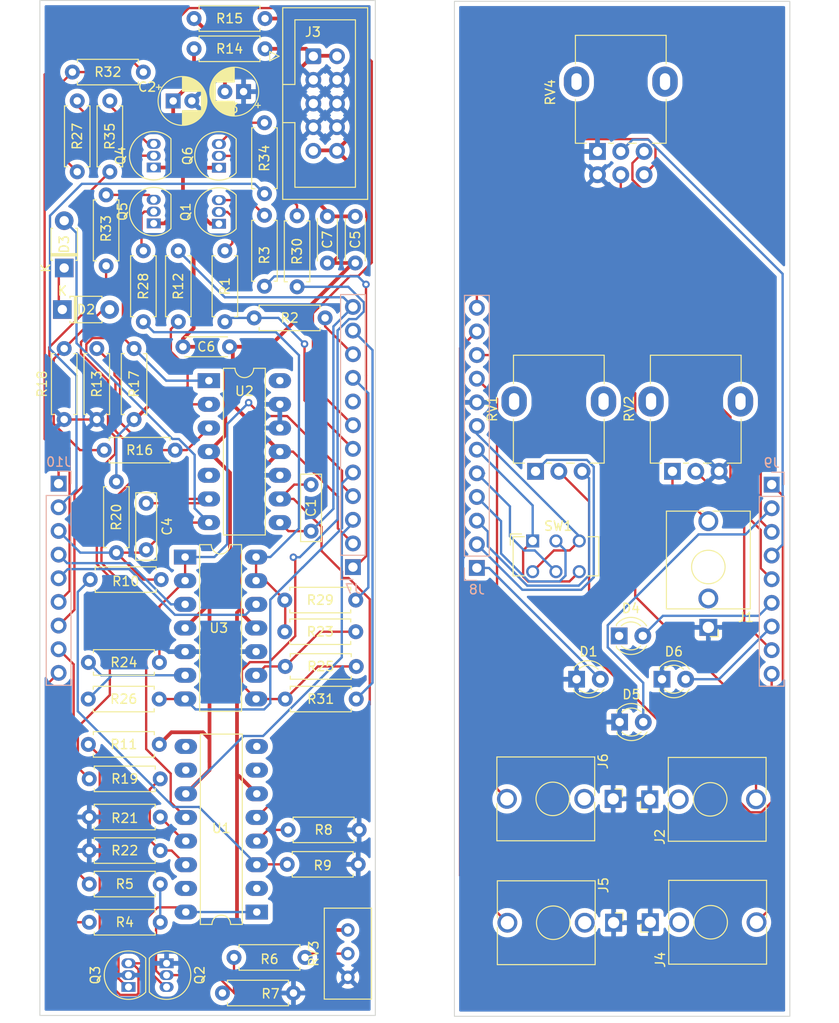
<source format=kicad_pcb>
(kicad_pcb (version 20211014) (generator pcbnew)
  (layers (0 "F.Cu" signal) (31 "B.Cu" signal) (34 "B.Paste" user) (35 "F.Paste" user) (36 "B.SilkS" user "B.Silkscreen") (37 "F.SilkS" user "F.Silkscreen") (38 "B.Mask" user) (39 "F.Mask" user) (44 "Edge.Cuts" user))
  (net 0 "")
  (net 1 "Net-(C1-Pad1)")
  (net 2 "/Output level2 CW")
  (net 3 "+12V")
  (net 4 "GND")
  (net 5 "-12V")
  (net 6 "Net-(C4-Pad1)")
  (net 7 "/Output level1 Cw")
  (net 8 "/Yellow led")
  (net 9 "Net-(D2-Pad1)")
  (net 10 "Net-(D2-Pad2)")
  (net 11 "/Red led")
  (net 12 "/Green led")
  (net 13 "/Orange led")
  (net 14 "/90")
  (net 15 "/270")
  (net 16 "/180")
  (net 17 "/0")
  (net 18 "Net-(Q1-Pad2)")
  (net 19 "Net-(Q1-Pad3)")
  (net 20 "Net-(Q2-Pad2)")
  (net 21 "Net-(Q2-Pad3)")
  (net 22 "Net-(Q3-Pad1)")
  (net 23 "Net-(Q4-Pad2)")
  (net 24 "Net-(Q4-Pad3)")
  (net 25 "Net-(Q5-Pad2)")
  (net 26 "Net-(Q5-Pad3)")
  (net 27 "Net-(Q6-Pad2)")
  (net 28 "Net-(Q6-Pad3)")
  (net 29 "/Direction sw C3")
  (net 30 "/Rate WP")
  (net 31 "/Output level1 WP")
  (net 32 "Net-(R6-Pad1)")
  (net 33 "Net-(R8-Pad1)")
  (net 34 "Net-(R10-Pad1)")
  (net 35 "Net-(R12-Pad2)")
  (net 36 "Net-(R13-Pad2)")
  (net 37 "Net-(R17-Pad2)")
  (net 38 "Net-(R19-Pad2)")
  (net 39 "Net-(R21-Pad1)")
  (net 40 "Net-(R23-Pad1)")
  (net 41 "Net-(R23-Pad2)")
  (net 42 "Net-(R24-Pad1)")
  (net 43 "Net-(R25-Pad1)")
  (net 44 "/FM level WP")
  (net 45 "/Direction sw C4")
  (net 46 "/Direction sw C2")
  (net 54 "/Direction sw C1")
  (net 55 "/Output level2 WP")
  (net 56 "Net-(J1-PadT)")
  (footprint "Resistor_THT:R_Axial_DIN0207_L6.3mm_D2.5mm_P7.62mm_Horizontal" (layer "F.Cu") (at 155 49.5 180)
    (fp_text reference "R32")
    (fp_text value "1k")
  )
  (footprint "Resistor_THT:R_Axial_DIN0207_L6.3mm_D2.5mm_P7.62mm_Horizontal" (layer "F.Cu") (at 171.5 72.56 90)
    (fp_text reference "R30")
    (fp_text value "22k")
  )
  (footprint "Capacitor_THT:CP_Radial_D5.0mm_P2.00mm" (layer "F.Cu") (at 165.755113 51.6 180)
    (fp_text reference "C3")
    (fp_text value "22uF")
  )
  (footprint "Package_DIP:DIP-14_W7.62mm_LongPads" (layer "F.Cu") (at 162.03 82.64)
    (fp_text reference "U2")
    (fp_text value "TL074")
  )
  (footprint "Resistor_THT:R_Axial_DIN0207_L6.3mm_D2.5mm_P7.62mm_Horizontal" (layer "F.Cu") (at 158.75 68.69 -90)
    (fp_text reference "R12")
    (fp_text value "68k 1%")
  )
  (footprint "Connector_Audio:Jack_3.5mm_QingPu_WQP-PJ398SM_Vertical_CircularHoles" (layer "F.Cu") (at 209.42 140.8 90)
    (fp_text reference "J4")
    (fp_text value "270°")
  )
  (footprint "LED_THT:LED_D3.0mm" (layer "F.Cu") (at 206.125 119.3)
    (fp_text reference "D5")
    (fp_text value "Green Led")
  )
  (footprint "Connector_Audio:Jack_3.5mm_QingPu_WQP-PJ398SM_Vertical_CircularHoles" (layer "F.Cu") (at 215.65 109.13 180)
    (fp_text reference "J1")
    (fp_text value "FM level")
  )
  (footprint "Capacitor_THT:C_Rect_L7.0mm_W2.0mm_P5.00mm" (layer "F.Cu") (at 155.3 95.8 -90)
    (fp_text reference "C4")
    (fp_text value "10n")
  )
  (footprint "Package_DIP:DIP-14_W7.62mm_LongPads" (layer "F.Cu") (at 159.48 101.58)
    (fp_text reference "U3")
    (fp_text value "TL074")
  )
  (footprint "Package_TO_SOT_THT:TO-92_Inline" (layer "F.Cu") (at 156.11 65.75 90)
    (fp_text reference "Q5")
    (fp_text value "BC547C")
  )
  (footprint "Resistor_THT:R_Axial_DIN0207_L6.3mm_D2.5mm_P7.62mm_Horizontal" (layer "F.Cu") (at 155 76.31 90)
    (fp_text reference "R28")
    (fp_text value "22k")
  )
  (footprint "Resistor_THT:R_Axial_DIN0207_L6.3mm_D2.5mm_P7.62mm_Horizontal" (layer "F.Cu") (at 163.49 148.4)
    (fp_text reference "R7")
    (fp_text value "1,5k")
  )
  (footprint "Capacitor_THT:C_Disc_D4.3mm_W1.9mm_P5.00mm" (layer "F.Cu") (at 159.25 79)
    (fp_text reference "C6")
    (fp_text value "100nF")
  )
  (footprint "Potentiometer_THT:Potentiometer_Bourns_3296W_Vertical" (layer "F.Cu") (at 176.95 141.63 90)
    (fp_text reference "RV3")
    (fp_text value "Lowest rate 50k")
  )
  (footprint "Package_TO_SOT_THT:TO-92_Inline" (layer "F.Cu") (at 163.11 65.79 90)
    (fp_text reference "Q1")
    (fp_text value "BC547C")
  )
  (footprint "Resistor_THT:R_Axial_DIN0207_L6.3mm_D2.5mm_P7.62mm_Horizontal" (layer "F.Cu") (at 177.8 106.2 180)
    (fp_text reference "R29")
    (fp_text value "1k")
  )
  (footprint "Resistor_THT:R_Axial_DIN0207_L6.3mm_D2.5mm_P7.62mm_Horizontal" (layer "F.Cu") (at 172.35 144.58 180)
    (fp_text reference "R6")
    (fp_text value "100k")
  )
  (footprint "Resistor_THT:R_Axial_DIN0207_L6.3mm_D2.5mm_P7.62mm_Horizontal" (layer "F.Cu") (at 150 86.81 90)
    (fp_text reference "R13")
    (fp_text value "2,2k")
  )
  (footprint "Package_TO_SOT_THT:TO-92_Inline" (layer "F.Cu") (at 156.11 59.75 90)
    (fp_text reference "Q4")
    (fp_text value "BC547C")
  )
  (footprint "Resistor_THT:R_Axial_DIN0207_L6.3mm_D2.5mm_P7.62mm_Horizontal" (layer "F.Cu") (at 170.54 130.88)
    (fp_text reference "R8")
    (fp_text value "820 1%")
  )
  (footprint "Resistor_THT:R_Axial_DIN0207_L6.3mm_D2.5mm_P7.62mm_Horizontal" (layer "F.Cu") (at 168.06 43.75 180)
    (fp_text reference "R15")
    (fp_text value "10")
  )
  (footprint "Resistor_THT:R_Axial_DIN0207_L6.3mm_D2.5mm_P7.62mm_Horizontal" (layer "F.Cu") (at 149.19 125.4)
    (fp_text reference "R19")
    (fp_text value "100k 1%")
  )
  (footprint "Capacitor_THT:CP_Radial_D5.0mm_P2.00mm" (layer "F.Cu") (at 158.2 52.6)
    (fp_text reference "C2")
    (fp_text value "22uF")
  )
  (footprint "Resistor_THT:R_Axial_DIN0207_L6.3mm_D2.5mm_P7.62mm_Horizontal" (layer "F.Cu") (at 174.51 75.9 180)
    (fp_text reference "R2")
    (fp_text value "1k")
  )
  (footprint "Resistor_THT:R_Axial_DIN0207_L6.3mm_D2.5mm_P7.62mm_Horizontal" (layer "F.Cu") (at 168 72.5 90)
    (fp_text reference "R3")
    (fp_text value "1k")
  )
  (footprint "Capacitor_THT:C_Disc_D4.3mm_W1.9mm_P5.00mm" (layer "F.Cu") (at 177.75 65 -90)
    (fp_text reference "C5")
    (fp_text value "100nF")
  )
  (footprint "Resistor_THT:R_Axial_DIN0207_L6.3mm_D2.5mm_P7.62mm_Horizontal" (layer "F.Cu") (at 156.81 133.1 180)
    (fp_text reference "R22")
    (fp_text value "820 1%")
  )
  (footprint "Resistor_THT:R_Axial_DIN0207_L6.3mm_D2.5mm_P7.62mm_Horizontal" (layer "F.Cu") (at 151.4 60.21 90)
    (fp_text reference "R35")
    (fp_text value "1k")
  )
  (footprint "Package_DIP:DIP-16_W7.62mm_LongPads" (layer "F.Cu") (at 167.175 139.705 180)
    (fp_text reference "U1")
    (fp_text value "LM13700")
  )
  (footprint "LED_THT:LED_D3.0mm" (layer "F.Cu") (at 206.075 110.05)
    (fp_text reference "D4")
    (fp_text value "Red Led")
  )
  (footprint "Resistor_THT:R_Axial_DIN0207_L6.3mm_D2.5mm_P7.62mm_Horizontal" (layer "F.Cu") (at 163.75 76.31 90)
    (fp_text reference "R1")
    (fp_text value "22k")
  )
  (footprint "Resistor_THT:R_Axial_DIN0207_L6.3mm_D2.5mm_P7.62mm_Horizontal" (layer "F.Cu") (at 160.44 47)
    (fp_text reference "R14")
    (fp_text value "10")
  )
  (footprint "Resistor_THT:R_Axial_DIN0207_L6.3mm_D2.5mm_P7.62mm_Horizontal" (layer "F.Cu") (at 170.44 134.58)
    (fp_text reference "R9")
    (fp_text value "820 1%")
  )
  (footprint "Resistor_THT:R_Axial_DIN0207_L6.3mm_D2.5mm_P7.62mm_Horizontal" (layer "F.Cu") (at 149.19 140.8)
    (fp_text reference "R4")
    (fp_text value "220k")
  )
  (footprint "LED_THT:LED_D3.0mm" (layer "F.Cu") (at 201.51 114.7)
    (fp_text reference "D1")
    (fp_text value "yellow Led")
  )
  (footprint "Resistor_THT:R_Axial_DIN0207_L6.3mm_D2.5mm_P7.62mm_Horizontal" (layer "F.Cu") (at 149.1 112.9)
    (fp_text reference "R24")
    (fp_text value "68k 1%")
  )
  (footprint "Resistor_THT:R_Axial_DIN0207_L6.3mm_D2.5mm_P7.62mm_Horizontal" (layer "F.Cu") (at 156.71 121.7 180)
    (fp_text reference "R11")
    (fp_text value "10k")
  )
  (footprint "Resistor_THT:R_Axial_DIN0207_L6.3mm_D2.5mm_P7.62mm_Horizontal" (layer "F.Cu") (at 147.9 60.21 90)
    (fp_text reference "R27")
    (fp_text value "22k")
  )
  (footprint "Resistor_THT:R_Axial_DIN0207_L6.3mm_D2.5mm_P7.62mm_Horizontal" (layer "F.Cu") (at 177.8 109.6 180)
    (fp_text reference "R23")
    (fp_text value "68k 1%")
  )
  (footprint "Connector_Audio:Jack_3.5mm_QingPu_WQP-PJ398SM_Vertical_CircularHoles" (layer "F.Cu") (at 205.43 127.55 -90)
    (fp_text reference "J6")
    (fp_text value "0°")
  )
  (footprint "Resistor_THT:R_Axial_DIN0207_L6.3mm_D2.5mm_P7.62mm_Horizontal" (layer "F.Cu") (at 177.85 113.33 180)
    (fp_text reference "R25")
    (fp_text value "68k 1%")
  )
  (footprint "Button_Switch_THT:SW_CuK_JS202011CQN_DPDT_Straight" (layer "F.Cu") (at 196.7925 99.85)
    (fp_text reference "SW1")
    (fp_text value "SW_Push_DPDT")
  )
  (footprint "Connector_IDC:IDC-Header_2x05_P2.54mm_Vertical" (layer "F.Cu") (at 173.2475 47.8)
    (fp_text reference "J3")
    (fp_text value "Conn_02x05_Counter_Clockwise")
  )
  (footprint "Resistor_THT:R_Axial_DIN0207_L6.3mm_D2.5mm_P7.62mm_Horizontal" (layer "F.Cu") (at 149.29 104)
    (fp_text reference "R10")
    (fp_text value "100k 1%")
  )
  (footprint "Package_TO_SOT_THT:TO-92_Inline" (layer "F.Cu") (at 157.49 145.21 -90)
    (fp_text reference "Q2")
    (fp_text value "BC557C")
  )
  (footprint "Diode_THT:D_T-1_P5.08mm_Horizontal" (layer "F.Cu") (at 146.5 70.54 90)
    (fp_text reference "D3")
    (fp_text value "Zener 5v")
  )
  (footprint "LED_THT:LED_D3.0mm" (layer "F.Cu") (at 210.675 114.7)
    (fp_text reference "D6")
    (fp_text value "Orange Led")
  )
  (footprint "Potentiometer_THT:Potentiometer_Alpha_RD902F-40-00D_Dual_Vertical" (layer "F.Cu") (at 203.75 58.025 90)
    (fp_text reference "RV4")
    (fp_text value "Output Level 100k")
  )
  (footprint "Resistor_THT:R_Axial_DIN0207_L6.3mm_D2.5mm_P7.62mm_Horizontal" (layer "F.Cu") (at 151 70.31 90)
    (fp_text reference "R33")
    (fp_text value "1k")
  )
  (footprint "Potentiometer_THT:Potentiometer_Alpha_RD901F-40-00D_Single_Vertical" (layer "F.Cu") (at 197.1 92.375 90)
    (fp_text reference "RV1")
    (fp_text value "Rate 25k lin")
  )
  (footprint "Resistor_THT:R_Axial_DIN0207_L6.3mm_D2.5mm_P7.62mm_Horizontal" (layer "F.Cu") (at 156.81 129.5 180)
    (fp_text reference "R21")
    (fp_text value "820 1%")
  )
  (footprint "Resistor_THT:R_Axial_DIN0207_L6.3mm_D2.5mm_P7.62mm_Horizontal" (layer "F.Cu") (at 149.19 136.7)
    (fp_text reference "R5")
    (fp_text value "120k")
  )
  (footprint "Capacitor_THT:C_Disc_D4.3mm_W1.9mm_P5.00mm" (layer "F.Cu") (at 174.75 65 -90)
    (fp_text reference "C7")
    (fp_text value "100nF")
  )
  (footprint "Resistor_THT:R_Axial_DIN0207_L6.3mm_D2.5mm_P7.62mm_Horizontal" (layer "F.Cu") (at 156.7 116.83 180)
    (fp_text reference "R26")
    (fp_text value "68k 1%")
  )
  (footprint "Diode_THT:D_T-1_P5.08mm_Horizontal" (layer "F.Cu") (at 146.3 75)
    (fp_text reference "D2")
    (fp_text value "Zener 5V")
  )
  (footprint "Package_TO_SOT_THT:TO-92_Inline" (layer "F.Cu") (at 153.4 147.75 90)
    (fp_text reference "Q3")
    (fp_text value "BC557C")
  )
  (footprint "Connector_Audio:Jack_3.5mm_QingPu_WQP-PJ398SM_Vertical_CircularHoles" (layer "F.Cu") (at 209.37 127.6 90)
    (fp_text reference "J2")
    (fp_text value "90°")
  )
  (footprint "Potentiometer_THT:Potentiometer_Alpha_RD901F-40-00D_Single_Vertical" (layer "F.Cu") (at 211.8 92.375 90)
    (fp_text reference "RV2")
    (fp_text value "FM Level 10k lin")
  )
  (footprint "Capacitor_THT:C_Rect_L7.0mm_W2.0mm_P5.00mm" (layer "F.Cu") (at 173 93.8 -90)
    (fp_text reference "C1")
    (fp_text value "10n")
  )
  (footprint "Connector_Audio:Jack_3.5mm_QingPu_WQP-PJ398SM_Vertical_CircularHoles" (layer "F.Cu") (at 205.48 140.85 -90)
    (fp_text reference "J5")
    (fp_text value "180°")
  )
  (footprint "Resistor_THT:R_Axial_DIN0207_L6.3mm_D2.5mm_P7.62mm_Horizontal" (layer "F.Cu") (at 146.5 86.81 90)
    (fp_text reference "R18")
    (fp_text value "2,2k")
  )
  (footprint "Resistor_THT:R_Axial_DIN0207_L6.3mm_D2.5mm_P7.62mm_Horizontal" (layer "F.Cu") (at 177.85 116.83 180)
    (fp_text reference "R31")
    (fp_text value "1k")
  )
  (footprint "Resistor_THT:R_Axial_DIN0207_L6.3mm_D2.5mm_P7.62mm_Horizontal" (layer "F.Cu") (at 168 62.56 90)
    (fp_text reference "R34")
    (fp_text value "1k")
  )
  (footprint "Resistor_THT:R_Axial_DIN0207_L6.3mm_D2.5mm_P7.62mm_Horizontal" (layer "F.Cu") (at 158.41 90.1 180)
    (fp_text reference "R16")
    (fp_text value "33k")
  )
  (footprint "Resistor_THT:R_Axial_DIN0207_L6.3mm_D2.5mm_P7.62mm_Horizontal" (layer "F.Cu") (at 154 86.81 90)
    (fp_text reference "R17")
    (fp_text value "68k 1%")
  )
  (footprint "Resistor_THT:R_Axial_DIN0207_L6.3mm_D2.5mm_P7.62mm_Horizontal" (layer "F.Cu") (at 152.1 93.49 -90)
    (fp_text reference "R20")
    (fp_text value "2,2M")
  )
  (footprint "Package_TO_SOT_THT:TO-92_Inline" (layer "F.Cu") (at 163.11 59.77 90)
    (fp_text reference "Q6")
    (fp_text value "BC547C")
  )
  (footprint "Connector_PinHeader_2.54mm:PinHeader_1x09_P2.54mm_Vertical" (layer "B.Cu") (at 145.9 93.7 180)
    (fp_text reference "J10")
    (fp_text value "Conn_01x9_Male")
  )
  (footprint "Connector_PinHeader_2.54mm:PinHeader_1x12_P2.54mm_Vertical" (layer "B.Cu") (at 190.8 102.75)
    (fp_text reference "J8")
    (fp_text value "Conn_01x12_Female")
  )
  (footprint "Connector_PinHeader_2.54mm:PinHeader_1x09_P2.54mm_Vertical" (layer "B.Cu") (at 222.45 93.8 180)
    (fp_text reference "J9")
    (fp_text value "Conn_01x9_Female")
  )
  (footprint "Connector_PinHeader_2.54mm:PinHeader_1x12_P2.54mm_Vertical" (layer "B.Cu") (at 177.5 102.66)
    (fp_text reference "J7")
    (fp_text value "Conn_01x12_Male")
  )
  (gr_rect (start 188.39 41.9) (end 224.4 150.9) (layer "Edge.Cuts") (width 0.1) (fill none))
  (gr_rect (start 143.89 41.81) (end 179.9 150.81) (layer "Edge.Cuts") (width 0.1) (fill none))
  (segment (start 174.124511 98.334211) (end 171.1303 95.34) (width 0.25) (layer "F.Cu") (net 1))
  (segment (start 176.325489 103.834511) (end 176.325489 103.125489) (width 0.25) (layer "F.Cu") (net 1))
  (segment (start 171.1303 95.34) (end 169.65 95.34) (width 0.25) (layer "F.Cu") (net 1))
  (segment (start 167.175 129.545) (end 179.3 117.42) (width 0.25) (layer "F.Cu") (net 1))
  (segment (start 171.19 93.8) (end 169.65 95.34) (width 0.25) (layer "F.Cu") (net 1))
  (segment (start 176.325489 103.125489) (end 174.124511 100.924511) (width 0.25) (layer "F.Cu") (net 1))
  (segment (start 174.124511 100.924511) (end 174.124511 98.334211) (width 0.25) (layer "F.Cu") (net 1))
  (segment (start 179.3 117.42) (end 179.3 106.1) (width 0.25) (layer "F.Cu") (net 1))
  (segment (start 179.3 106.1) (end 177.034511 103.834511) (width 0.25) (layer "F.Cu") (net 1))
  (segment (start 177.034511 103.834511) (end 176.325489 103.834511) (width 0.25) (layer "F.Cu") (net 1))
  (segment (start 173 93.8) (end 171.19 93.8) (width 0.25) (layer "F.Cu") (net 1))
  (segment (start 209.156721 56.7) (end 209.974511 57.51779) (width 0.25) (layer "F.Cu") (net 2))
  (segment (start 190.8 66.05) (end 200.15 56.7) (width 0.25) (layer "F.Cu") (net 2))
  (segment (start 170.57 98.8) (end 169.65 97.88) (width 0.25) (layer "F.Cu") (net 2))
  (segment (start 190.8 74.81) (end 190.8 66.05) (width 0.25) (layer "F.Cu") (net 2))
  (segment (start 209.974511 59.300489) (end 208.75 60.525) (width 0.25) (layer "F.Cu") (net 2))
  (segment (start 209.974511 57.51779) (end 209.974511 59.300489) (width 0.25) (layer "F.Cu") (net 2))
  (segment (start 200.15 56.7) (end 209.156721 56.7) (width 0.25) (layer "F.Cu") (net 2))
  (segment (start 173 98.8) (end 170.57 98.8) (width 0.25) (layer "F.Cu") (net 2))
  (segment (start 175.4 76.82) (end 177.5 74.72) (width 0.25) (layer "B.Cu") (net 2))
  (segment (start 176.464511 73.684511) (end 177.5 74.72) (width 0.25) (layer "B.Cu") (net 2))
  (segment (start 163.744511 73.684511) (end 176.464511 73.684511) (width 0.25) (layer "B.Cu") (net 2))
  (segment (start 158.75 68.69) (end 163.744511 73.684511) (width 0.25) (layer "B.Cu") (net 2))
  (segment (start 173 98.8) (end 175.4 96.4) (width 0.25) (layer "B.Cu") (net 2))
  (segment (start 175.4 96.4) (end 175.4 76.82) (width 0.25) (layer "B.Cu") (net 2))
  (segment (start 162.205 65.79) (end 163.11 65.79) (width 0.4) (layer "F.Cu") (net 3))
  (segment (start 164.3 92.53) (end 162.03 90.26) (width 0.4) (layer "F.Cu") (net 3))
  (segment (start 163.8 81.4) (end 161.4 79) (width 0.4) (layer "F.Cu") (net 3))
  (segment (start 156.71 121.7) (end 158.01 120.4) (width 0.4) (layer "F.Cu") (net 3))
  (segment (start 158.01 120.4) (end 161.4 120.4) (width 0.4) (layer "F.Cu") (net 3))
  (segment (start 158 65.2) (end 158 65) (width 0.4) (layer "F.Cu") (net 3))
  (segment (start 162.1 106.58) (end 161.89 106.79) (width 0.4) (layer "F.Cu") (net 3))
  (segment (start 162.1 124.46) (end 162.1 123.6) (width 0.4) (layer "F.Cu") (net 3))
  (segment (start 159.25 63.75) (end 157.25 65.75) (width 0.4) (layer "F.Cu") (net 3))
  (segment (start 157.25 65.75) (end 156.11 65.75) (width 0.4) (layer "F.Cu") (net 3))
  (segment (start 171.6 61.35) (end 171.6 49.36) (width 0.4) (layer "F.Cu") (net 3))
  (segment (start 158.2 54.45) (end 159.25 55.5) (width 0.4) (layer "F.Cu") (net 3))
  (segment (start 159.25 59.75) (end 159.25 62.835) (width 0.4) (layer "F.Cu") (net 3))
  (segment (start 160.4 77) (end 160.4 67.6) (width 0.4) (layer "F.Cu") (net 3))
  (segment (start 172.46 47) (end 173.21 47.75) (width 0.4) (layer "F.Cu") (net 3))
  (segment (start 159.48 109.2) (end 161.89 106.79) (width 0.4) (layer "F.Cu") (net 3))
  (segment (start 163.8 88.49) (end 163.8 81.4) (width 0.4) (layer "F.Cu") (net 3))
  (segment (start 175.25 65) (end 171.6 61.35) (width 0.4) (layer "F.Cu") (net 3))
  (segment (start 173.21 47.75) (end 175.75 47.75) (width 0.4) (layer "F.Cu") (net 3))
  (segment (start 159.25 58) (end 161.02 59.77) (width 0.4) (layer "F.Cu") (net 3))
  (segment (start 160.44 50.36) (end 158.2 52.6) (width 0.4) (layer "F.Cu") (net 3))
  (segment (start 178.25 65) (end 175.25 65) (width 0.4) (layer "F.Cu") (net 3))
  (segment (start 160.4 67.6) (end 158 65.2) (width 0.4) (layer "F.Cu") (net 3))
  (segment (start 159.25 55.5) (end 159.25 58) (width 0.4) (layer "F.Cu") (net 3))
  (segment (start 159.25 58) (end 157.5 59.75) (width 0.4) (layer "F.Cu") (net 3))
  (segment (start 161.4 79) (end 159.25 79) (width 0.4) (layer "F.Cu") (net 3))
  (segment (start 160.44 47) (end 160.44 50.36) (width 0.4) (layer "F.Cu") (net 3))
  (segment (start 162.1 121.1) (end 162.1 123.6) (width 0.4) (layer "F.Cu") (net 3))
  (segment (start 159.25 58) (end 159.25 59.75) (width 0.4) (layer "F.Cu") (net 3))
  (segment (start 168.06 47) (end 172.46 47) (width 0.4) (layer "F.Cu") (net 3))
  (segment (start 159.25 62.835) (end 162.205 65.79) (width 0.4) (layer "F.Cu") (net 3))
  (segment (start 164.3 104.38) (end 164.3 92.53) (width 0.4) (layer "F.Cu") (net 3))
  (segment (start 159.25 62.835) (end 159.25 63.75) (width 0.4) (layer "F.Cu") (net 3))
  (segment (start 159.25 78.15) (end 160.4 77) (width 0.4) (layer "F.Cu") (net 3))
  (segment (start 159.555 127.005) (end 162.1 124.46) (width 0.4) (layer "F.Cu") (net 3))
  (segment (start 161.89 106.79) (end 164.3 104.38) (width 0.4) (layer "F.Cu") (net 3))
  (segment (start 161.02 59.77) (end 163.11 59.77) (width 0.4) (layer "F.Cu") (net 3))
  (segment (start 162.1 123.6) (end 162.1 106.58) (width 0.4) (layer "F.Cu") (net 3))
  (segment (start 157.5 59.75) (end 156.11 59.75) (width 0.4) (layer "F.Cu") (net 3))
  (segment (start 159.25 59.75) (end 159.27 59.77) (width 0.4) (layer "F.Cu") (net 3))
  (segment (start 159.25 79) (end 159.25 78.15) (width 0.4) (layer "F.Cu") (net 3))
  (segment (start 171.6 49.36) (end 173.21 47.75) (width 0.4) (layer "F.Cu") (net 3))
  (segment (start 161.4 120.4) (end 162.1 121.1) (width 0.4) (layer "F.Cu") (net 3))
  (segment (start 162.03 90.26) (end 163.8 88.49) (width 0.4) (layer "F.Cu") (net 3))
  (segment (start 158.2 52.6) (end 158.2 54.45) (width 0.4) (layer "F.Cu") (net 3))
  (segment (start 159.555 127.005) (end 165.75952 120.80048) (width 0.25) (layer "B.Cu") (net 3))
  (segment (start 165.75952 120.80048) (end 167.84982 120.80048) (width 0.25) (layer "B.Cu") (net 3))
  (segment (start 202.85 93.125) (end 202.1 92.375) (width 0.25) (layer "B.Cu") (net 3))
  (segment (start 191.974511 98.844511) (end 191.974511 100.416607) (width 0.25) (layer "B.Cu") (net 3))
  (segment (start 176.3 112.3503) (end 176.3 99.135718) (width 0.25) (layer "B.Cu") (net 3))
  (segment (start 190.8 97.67) (end 191.974511 98.844511) (width 0.25) (layer "B.Cu") (net 3))
  (segment (start 177.5 97.935718) (end 177.5 97.58) (width 0.25) (layer "B.Cu") (net 3))
  (segment (start 191.974511 100.416607) (end 196.207904 104.65) (width 0.25) (layer "B.Cu") (net 3))
  (segment (start 167.84982 120.80048) (end 176.3 112.3503) (width 0.25) (layer "B.Cu") (net 3))
  (segment (start 196.207904 104.65) (end 201.741378 104.65) (width 0.25) (layer "B.Cu") (net 3))
  (segment (start 202.85 103.541378) (end 202.85 93.125) (width 0.25) (layer "B.Cu") (net 3))
  (segment (start 201.741378 104.65) (end 202.85 103.541378) (width 0.25) (layer "B.Cu") (net 3))
  (segment (start 176.3 99.135718) (end 177.5 97.935718) (width 0.25) (layer "B.Cu") (net 3))
  (segment (start 146.5 86.81) (end 150 86.81) (width 0.25) (layer "F.Cu") (net 4))
  (segment (start 148.64 129.89) (end 148.63 129.88) (width 0.25) (layer "F.Cu") (net 4))
  (segment (start 165.30048 94.60952) (end 169.65 90.26) (width 0.4) (layer "F.Cu") (net 5))
  (segment (start 164.6 85.21) (end 164.6 79.35) (width 0.4) (layer "F.Cu") (net 5))
  (segment (start 165.05 140.88) (end 165.05 124.78) (width 0.4) (layer "F.Cu") (net 5))
  (segment (start 165.05 125.08) (end 165.05 124.78) (width 0.4) (layer "F.Cu") (net 5))
  (segment (start 179 61.16) (end 175.75 57.91) (width 0.4) (layer "F.Cu") (net 5))
  (segment (start 165.8 141.63) (end 165.05 140.88) (width 0.4) (layer "F.Cu") (net 5))
  (segment (start 177.4 47.193753) (end 177.4 56.26) (width 0.4) (layer "F.Cu") (net 5))
  (segment (start 167.1 109.2) (end 165.57548 107.67548) (width 0.4) (layer "F.Cu") (net 5))
  (segment (start 163.755113 47.065113) (end 163.755113 51.6) (width 0.4) (layer "F.Cu") (net 5))
  (segment (start 171.06 90.26) (end 169.65 90.26) (width 0.25) (layer "F.Cu") (net 5))
  (segment (start 165.05 124.78) (end 165.05 107.55) (width 0.4) (layer "F.Cu") (net 5))
  (segment (start 175.25 70) (end 179 66.25) (width 0.4) (layer "F.Cu") (net 5))
  (segment (start 176.95 141.63) (end 165.8 141.63) (width 0.4) (layer "F.Cu") (net 5))
  (segment (start 165.57548 107.67548) (end 165.57548 107.30548) (width 0.4) (layer "F.Cu") (net 5))
  (segment (start 165.25 125.08) (end 165.05 125.08) (width 0.4) (layer "F.Cu") (net 5))
  (segment (start 165.05 107.55) (end 165.29452 107.30548) (width 0.4) (layer "F.Cu") (net 5))
  (segment (start 167.175 127.005) (end 165.25 125.08) (width 0.4) (layer "F.Cu") (net 5))
  (segment (start 177.5 70) (end 175.25 70) (width 0.4) (layer "F.Cu") (net 5))
  (segment (start 177.4 56.26) (end 175.75 57.91) (width 0.4) (layer "F.Cu") (net 5))
  (segment (start 168.06 43.75) (end 173.956247 43.75) (width 0.4) (layer "F.Cu") (net 5))
  (segment (start 175.875969 95.075969) (end 171.06 90.26) (width 0.25) (layer "F.Cu") (net 5))
  (segment (start 179 66.25) (end 179 61.16) (width 0.4) (layer "F.Cu") (net 5))
  (segment (start 169.65 90.26) (end 164.6 85.21) (width 0.4) (layer "F.Cu") (net 5))
  (segment (start 177.5 100.12) (end 175.875969 98.495969) (width 0.25) (layer "F.Cu") (net 5))
  (segment (start 173.21 57.91) (end 175.75 57.91) (width 0.4) (layer "F.Cu") (net 5))
  (segment (start 173.956247 43.75) (end 177.4 47.193753) (width 0.4) (layer "F.Cu") (net 5))
  (segment (start 167.1 109.2) (end 166.97 109.2) (width 0.25) (layer "F.Cu") (net 5))
  (segment (start 160.44 43.75) (end 163.755113 47.065113) (width 0.4) (layer "F.Cu") (net 5))
  (segment (start 168.5 79) (end 177.5 70) (width 0.4) (layer "F.Cu") (net 5))
  (segment (start 175.875969 98.495969) (end 175.875969 95.075969) (width 0.25) (layer "F.Cu") (net 5))
  (segment (start 165.30048 107.03048) (end 165.30048 94.60952) (width 0.4) (layer "F.Cu") (net 5))
  (segment (start 165.29452 107.30548) (end 165.57548 107.30548) (width 0.4) (layer "F.Cu") (net 5))
  (segment (start 164.6 79.35) (end 164.25 79) (width 0.4) (layer "F.Cu") (net 5))
  (segment (start 164.25 79) (end 168.5 79) (width 0.4) (layer "F.Cu") (net 5))
  (segment (start 165.57548 107.30548) (end 165.30048 107.03048) (width 0.4) (layer "F.Cu") (net 5))
  (segment (start 203.35 91.893279) (end 202.606721 91.15) (width 0.25) (layer "B.Cu") (net 5))
  (segment (start 202.00048 105.09952) (end 203.35 103.75) (width 0.25) (layer "B.Cu") (net 5))
  (segment (start 202.606721 91.15) (end 198.325 91.15) (width 0.25) (layer "B.Cu") (net 5))
  (segment (start 190.8 100.21) (end 195.68952 105.09952) (width 0.25) (layer "B.Cu") (net 5))
  (segment (start 195.68952 105.09952) (end 202.00048 105.09952) (width 0.25) (layer "B.Cu") (net 5))
  (segment (start 198.325 91.15) (end 197.1 92.375) (width 0.25) (layer "B.Cu") (net 5))
  (segment (start 203.35 103.75) (end 203.35 91.893279) (width 0.25) (layer "B.Cu") (net 5))
  (segment (start 155.3 95.8) (end 161.57 95.8) (width 0.25) (layer "F.Cu") (net 6))
  (segment (start 157 97.8) (end 159.46 95.34) (width 0.25) (layer "F.Cu") (net 6))
  (segment (start 150.5 102.2) (end 150.5 100.6) (width 0.25) (layer "F.Cu") (net 6))
  (segment (start 153.3 97.8) (end 157 97.8) (width 0.25) (layer "F.Cu") (net 6))
  (segment (start 157.934511 124.834511) (end 155.3 122.2) (width 0.25) (layer "F.Cu") (net 6))
  (segment (start 159.555 129.545) (end 157.934511 127.924511) (width 0.25) (layer "F.Cu") (net 6))
  (segment (start 161.57 95.8) (end 162.03 95.34) (width 0.25) (layer "F.Cu") (net 6))
  (segment (start 157.934511 127.924511) (end 157.934511 124.834511) (width 0.25) (layer "F.Cu") (net 6))
  (segment (start 155.3 107) (end 150.5 102.2) (width 0.25) (layer "F.Cu") (net 6))
  (segment (start 150.5 100.6) (end 153.3 97.8) (width 0.25) (layer "F.Cu") (net 6))
  (segment (start 155.3 122.2) (end 155.3 107) (width 0.25) (layer "F.Cu") (net 6))
  (segment (start 159.46 95.34) (end 162.03 95.34) (width 0.25) (layer "F.Cu") (net 6))
  (segment (start 207.5 61.057699) (end 207.5 59.275) (width 0.25) (layer "F.Cu") (net 7))
  (segment (start 221.275489 97.705489) (end 221.275489 74.833188) (width 0.25) (layer "F.Cu") (net 7))
  (segment (start 222.45 98.88) (end 221.275489 97.705489) (width 0.25) (layer "F.Cu") (net 7))
  (segment (start 155.3 100.8) (end 158.22 97.88) (width 0.25) (layer "F.Cu") (net 7))
  (segment (start 158.22 97.88) (end 162.03 97.88) (width 0.25) (layer "F.Cu") (net 7))
  (segment (start 156.91 104) (end 154.99 104) (width 0.25) (layer "F.Cu") (net 7))
  (segment (start 207.5 59.275) (end 208.75 58.025) (width 0.25) (layer "F.Cu") (net 7))
  (segment (start 152.1 101.11) (end 154.99 101.11) (width 0.25) (layer "F.Cu") (net 7))
  (segment (start 154.99 104) (end 152.1 101.11) (width 0.25) (layer "F.Cu") (net 7))
  (segment (start 154.99 101.11) (end 155.3 100.8) (width 0.25) (layer "F.Cu") (net 7))
  (segment (start 221.275489 74.833188) (end 207.5 61.057699) (width 0.25) (layer "F.Cu") (net 7))
  (segment (start 146.5 65.46) (end 147.824511 66.784511) (width 0.25) (layer "B.Cu") (net 7))
  (segment (start 160.50548 96.35548) (end 162.03 97.88) (width 0.25) (layer "B.Cu") (net 7))
  (segment (start 147.824511 78.604811) (end 158.1197 88.9) (width 0.25) (layer "B.Cu") (net 7))
  (segment (start 145.9 98.78) (end 148.23 101.11) (width 0.25) (layer "B.Cu") (net 7))
  (segment (start 158.1197 88.9) (end 158.8003 88.9) (width 0.25) (layer "B.Cu") (net 7))
  (segment (start 158.8003 88.9) (end 160.50548 90.60518) (width 0.25) (layer "B.Cu") (net 7))
  (segment (start 147.824511 66.784511) (end 147.824511 78.604811) (width 0.25) (layer "B.Cu") (net 7))
  (segment (start 148.23 101.11) (end 152.1 101.11) (width 0.25) (layer "B.Cu") (net 7))
  (segment (start 160.50548 90.60518) (end 160.50548 96.35548) (width 0.25) (layer "B.Cu") (net 7))
  (segment (start 177.5 102.66) (end 177.74 102.66) (width 0.25) (layer "F.Cu") (net 8))
  (segment (start 178.9 82.07899) (end 178.9 72.3) (width 0.25) (layer "F.Cu") (net 8))
  (segment (start 177.74 102.66) (end 178.9 101.5) (width 0.25) (layer "F.Cu") (net 8))
  (segment (start 178.9 101.5) (end 178.9 82.07899) (width 0.25) (layer "F.Cu") (net 8))
  (via (at 178.9 72.3) (size 0.8) (drill 0.4) (layers "F.Cu" "B.Cu") (net 8))
  (segment (start 190.8 102.75) (end 192.1 102.75) (width 0.25) (layer "B.Cu") (net 8))
  (segment (start 178.035489 71.435489) (end 169.064511 71.435489) (width 0.25) (layer "B.Cu") (net 8))
  (segment (start 192.1 102.75) (end 204.05 114.7) (width 0.25) (layer "B.Cu") (net 8))
  (segment (start 178.9 72.3) (end 178.035489 71.435489) (width 0.25) (layer "B.Cu") (net 8))
  (segment (start 169.064511 71.435489) (end 168 72.5) (width 0.25) (layer "B.Cu") (net 8))
  (segment (start 145.92 71.12) (end 146.5 70.54) (width 0.25) (layer "F.Cu") (net 9))
  (segment (start 145.92 74.62) (end 145.92 71.12) (width 0.25) (layer "F.Cu") (net 9))
  (segment (start 146.3 75) (end 145.92 74.62) (width 0.25) (layer "F.Cu") (net 9))
  (segment (start 145.375489 80.314511) (end 146.5 79.19) (width 0.25) (layer "F.Cu") (net 10))
  (segment (start 145.375489 87.275789) (end 145.375489 80.314511) (width 0.25) (layer "F.Cu") (net 10))
  (segment (start 148.1997 90.1) (end 145.375489 87.275789) (width 0.25) (layer "F.Cu") (net 10))
  (segment (start 146.5 79.19) (end 150.69 75) (width 0.25) (layer "F.Cu") (net 10))
  (segment (start 150.79 90.1) (end 148.1997 90.1) (width 0.25) (layer "F.Cu") (net 10))
  (segment (start 150.69 75) (end 151.38 75) (width 0.25) (layer "F.Cu") (net 10))
  (segment (start 144.9 87.7) (end 144.9 79.049022) (width 0.25) (layer "F.Cu") (net 11))
  (segment (start 147.074511 89.874511) (end 144.9 87.7) (width 0.25) (layer "F.Cu") (net 11))
  (segment (start 147.074511 105.225489) (end 147.074511 89.874511) (width 0.25) (layer "F.Cu") (net 11))
  (segment (start 151 72.949022) (end 151 70.31) (width 0.25) (layer "F.Cu") (net 11))
  (segment (start 144.9 79.049022) (end 151 72.949022) (width 0.25) (layer "F.Cu") (net 11))
  (segment (start 145.9 106.4) (end 147.074511 105.225489) (width 0.25) (layer "F.Cu") (net 11))
  (segment (start 210.774511 107.890489) (end 221.059511 107.890489) (width 0.25) (layer "B.Cu") (net 11))
  (segment (start 208.615 110.05) (end 210.774511 107.890489) (width 0.25) (layer "B.Cu") (net 11))
  (segment (start 221.059511 107.890489) (end 222.45 106.5) (width 0.25) (layer "B.Cu") (net 11))
  (segment (start 219.64 99.15) (end 222.45 96.34) (width 0.25) (layer "B.Cu") (net 12))
  (segment (start 147.8197 94.3203) (end 147.8197 82.1) (width 0.25) (layer "B.Cu") (net 12))
  (segment (start 147.8197 82.1) (end 144.975489 79.255789) (width 0.25) (layer "B.Cu") (net 12))
  (segment (start 208.665 115.089022) (end 204.850489 111.274511) (width 0.25) (layer "B.Cu") (net 12))
  (segment (start 166.94 61.5) (end 168 62.56) (width 0.25) (layer "B.Cu") (net 12))
  (segment (start 145.9 96.24) (end 147.8197 94.3203) (width 0.25) (layer "B.Cu") (net 12))
  (segment (start 204.850489 111.274511) (end 204.850489 108.899511) (width 0.25) (layer "B.Cu") (net 12))
  (segment (start 144.975489 64.924511) (end 148.4 61.5) (width 0.25) (layer "B.Cu") (net 12))
  (segment (start 204.850489 108.899511) (end 214.6 99.15) (width 0.25) (layer "B.Cu") (net 12))
  (segment (start 214.6 99.15) (end 219.64 99.15) (width 0.25) (layer "B.Cu") (net 12))
  (segment (start 148.4 61.5) (end 166.94 61.5) (width 0.25) (layer "B.Cu") (net 12))
  (segment (start 208.665 119.3) (end 208.665 115.089022) (width 0.25) (layer "B.Cu") (net 12))
  (segment (start 144.975489 79.255789) (end 144.975489 64.924511) (width 0.25) (layer "B.Cu") (net 12))
  (segment (start 152.8 76.8) (end 152.8 67.7) (width 0.25) (layer "F.Cu") (net 13))
  (segment (start 149 63.9) (end 149 62.61) (width 0.25) (layer "F.Cu") (net 13))
  (segment (start 149.3 77.5) (end 152.1 77.5) (width 0.25) (layer "F.Cu") (net 13))
  (segment (start 151.964282 90.516018) (end 151.964282 88.635718) (width 0.25) (layer "F.Cu") (net 13))
  (segment (start 145.9 108.94) (end 147.6 107.24) (width 0.25) (layer "F.Cu") (net 13))
  (segment (start 148.3 78.5) (end 149.3 77.5) (width 0.25) (layer "F.Cu") (net 13))
  (segment (start 151.2 82.616018) (end 148.3 79.716018) (width 0.25) (layer "F.Cu") (net 13))
  (segment (start 149 62.61) (end 151.4 60.21) (width 0.25) (layer "F.Cu") (net 13))
  (segment (start 151.964282 88.635718) (end 151.2 87.871436) (width 0.25) (layer "F.Cu") (net 13))
  (segment (start 151.2 87.871436) (end 151.2 82.616018) (width 0.25) (layer "F.Cu") (net 13))
  (segment (start 148.3 79.716018) (end 148.3 78.5) (width 0.25) (layer "F.Cu") (net 13))
  (segment (start 152.1 77.5) (end 152.8 76.8) (width 0.25) (layer "F.Cu") (net 13))
  (segment (start 152.8 67.7) (end 149 63.9) (width 0.25) (layer "F.Cu") (net 13))
  (segment (start 147.6 107.24) (end 147.6 94.8803) (width 0.25) (layer "F.Cu") (net 13))
  (segment (start 147.6 94.8803) (end 151.964282 90.516018) (width 0.25) (layer "F.Cu") (net 13))
  (segment (start 213.215 114.7) (end 216.79 114.7) (width 0.25) (layer "B.Cu") (net 13))
  (segment (start 216.79 114.7) (end 222.45 109.04) (width 0.25) (layer "B.Cu") (net 13))
  (segment (start 207.8 84) (end 207.8 105.8) (width 0.25) (layer "F.Cu") (net 14))
  (segment (start 199.556314 79.89) (end 199.666314 80) (width 0.25) (layer "F.Cu") (net 14))
  (segment (start 207.8 105.8) (end 220.77 118.77) (width 0.25) (layer "F.Cu") (net 14))
  (segment (start 199.666314 80) (end 203.8 80) (width 0.25) (layer "F.Cu") (net 14))
  (segment (start 174.51 76.81) (end 174.51 75.9) (width 0.25) (layer "F.Cu") (net 14))
  (segment (start 220.77 118.77) (end 220.77 127.6) (width 0.25) (layer "F.Cu") (net 14))
  (segment (start 203.8 80) (end 207.8 84) (width 0.25) (layer "F.Cu") (net 14))
  (segment (start 177.5 79.8) (end 174.51 76.81) (width 0.25) (layer "F.Cu") (net 14))
  (segment (start 190.8 79.89) (end 199.556314 79.89) (width 0.25) (layer "F.Cu") (net 14))
  (segment (start 223.65 137.97) (end 223.65 95) (width 0.25) (layer "F.Cu") (net 15))
  (segment (start 220.82 140.8) (end 223.65 137.97) (width 0.25) (layer "F.Cu") (net 15))
  (segment (start 147.113803 47.05048) (end 152.55048 47.05048) (width 0.25) (layer "F.Cu") (net 15))
  (segment (start 145.9 90.4) (end 144.4 88.9) (width 0.25) (layer "F.Cu") (net 15))
  (segment (start 152.55048 47.05048) (end 155 49.5) (width 0.25) (layer "F.Cu") (net 15))
  (segment (start 145.9 93.7) (end 145.9 90.4) (width 0.25) (layer "F.Cu") (net 15))
  (segment (start 223.65 95) (end 222.45 93.8) (width 0.25) (layer "F.Cu") (net 15))
  (segment (start 144.4 49.764283) (end 147.113803 47.05048) (width 0.25) (layer "F.Cu") (net 15))
  (segment (start 144.4 88.9) (end 144.4 49.764283) (width 0.25) (layer "F.Cu") (net 15))
  (segment (start 190.8 77.35) (end 189 79.15) (width 0.25) (layer "F.Cu") (net 16))
  (segment (start 189 79.15) (end 189 135.77) (width 0.25) (layer "F.Cu") (net 16))
  (segment (start 189 135.77) (end 194.08 140.85) (width 0.25) (layer "F.Cu") (net 16))
  (segment (start 177.85 116.83) (end 179.6 115.08) (width 0.25) (layer "B.Cu") (net 16))
  (segment (start 179.6 115.08) (end 179.6 79.36) (width 0.25) (layer "B.Cu") (net 16))
  (segment (start 179.6 79.36) (end 177.817859 77.577859) (width 0.25) (layer "B.Cu") (net 16))
  (segment (start 194.03 127.55) (end 192.965 126.485) (width 0.25) (layer "F.Cu") (net 17))
  (segment (start 192.965 126.485) (end 192.965 84.595) (width 0.25) (layer "F.Cu") (net 17))
  (segment (start 192.965 84.595) (end 190.8 82.43) (width 0.25) (layer "F.Cu") (net 17))
  (segment (start 177.8 106.2) (end 179.15048 104.84952) (width 0.25) (layer "B.Cu") (net 17))
  (segment (start 179.15048 104.84952) (end 179.15048 83.99048) (width 0.25) (layer "B.Cu") (net 17))
  (segment (start 179.15048 83.99048) (end 177.5 82.34) (width 0.25) (layer "B.Cu") (net 17))
  (segment (start 164.549999 65.049999) (end 164.02 64.52) (width 0.25) (layer "F.Cu") (net 18))
  (segment (start 163.75 68.69) (end 164.549999 67.890001) (width 0.25) (layer "F.Cu") (net 18))
  (segment (start 164.02 64.52) (end 163.11 64.52) (width 0.25) (layer "F.Cu") (net 18))
  (segment (start 164.549999 67.890001) (end 164.549999 65.049999) (width 0.25) (layer "F.Cu") (net 18))
  (segment (start 166.37 63.25) (end 163.11 63.25) (width 0.25) (layer "F.Cu") (net 19))
  (segment (start 168 64.88) (end 166.37 63.25) (width 0.25) (layer "F.Cu") (net 19))
  (segment (start 164.73 144.58) (end 164.73 148.37) (width 0.25) (layer "F.Cu") (net 20))
  (segment (start 157.49 146.48) (end 162.84 146.48) (width 0.25) (layer "F.Cu") (net 20))
  (segment (start 156.835978 146.48) (end 156.36 146.004022) (width 0.25) (layer "F.Cu") (net 20))
  (segment (start 156.36 146.004022) (end 156.36 141.25) (width 0.25) (layer "F.Cu") (net 20))
  (segment (start 164.73 148.37) (end 164.84 148.48) (width 0.25) (layer "F.Cu") (net 20))
  (segment (start 157.49 146.48) (end 156.835978 146.48) (width 0.25) (layer "F.Cu") (net 20))
  (segment (start 162.84 146.48) (end 164.84 148.48) (width 0.25) (layer "F.Cu") (net 20))
  (segment (start 156.36 141.25) (end 156.81 140.8) (width 0.25) (layer "F.Cu") (net 20))
  (segment (start 156.81 136.7) (end 156.81 140.8) (width 0.25) (layer "B.Cu") (net 20))
  (segment (start 153.81 145.21) (end 153.4 145.21) (width 0.25) (layer "F.Cu") (net 21))
  (segment (start 150.314511 146.414511) (end 152.499511 148.599511) (width 0.25) (layer "F.Cu") (net 21))
  (segment (start 154.793598 145.21) (end 153.4 145.21) (width 0.25) (layer "F.Cu") (net 21))
  (segment (start 154.47452 148.42548) (end 154.47452 145.87452) (width 0.25) (layer "F.Cu") (net 21))
  (segment (start 154.300489 148.599511) (end 154.47452 148.42548) (width 0.25) (layer "F.Cu") (net 21))
  (segment (start 150.314511 122.924511) (end 150.314511 146.414511) (width 0.25) (layer "F.Cu") (net 21))
  (segment (start 154.47452 145.87452) (end 153.81 145.21) (width 0.25) (layer "F.Cu") (net 21))
  (segment (start 157.49 147.75) (end 157.333598 147.75) (width 0.25) (layer "F.Cu") (net 21))
  (segment (start 152.499511 148.599511) (end 154.300489 148.599511) (width 0.25) (layer "F.Cu") (net 21))
  (segment (start 149.09 121.7) (end 150.314511 122.924511) (width 0.25) (layer "F.Cu") (net 21))
  (segment (start 157.333598 147.75) (end 154.793598 145.21) (width 0.25) (layer "F.Cu") (net 21))
  (segment (start 152.32548 143.40452) (end 156.53 139.2) (width 0.25) (layer "F.Cu") (net 22))
  (segment (start 159.05 139.2) (end 159.555 139.705) (width 0.25) (layer "F.Cu") (net 22))
  (segment (start 153.4 147.75) (end 153.243598 147.75) (width 0.25) (layer "F.Cu") (net 22))
  (segment (start 152.32548 146.831882) (end 152.32548 143.40452) (width 0.25) (layer "F.Cu") (net 22))
  (segment (start 153.243598 147.75) (end 152.32548 146.831882) (width 0.25) (layer "F.Cu") (net 22))
  (segment (start 156.53 139.2) (end 159.05 139.2) (width 0.25) (layer "F.Cu") (net 22))
  (segment (start 167.175 139.705) (end 159.555 139.705) (width 0.25) (layer "B.Cu") (net 22))
  (segment (start 147.5 52.69) (end 153.29 58.48) (width 0.25) (layer "F.Cu") (net 23))
  (segment (start 153.29 58.48) (end 156.11 58.48) (width 0.25) (layer "F.Cu") (net 23))
  (segment (start 155.52 57.21) (end 156.11 57.21) (width 0.25) (layer "F.Cu") (net 24))
  (segment (start 151 52.69) (end 155.52 57.21) (width 0.25) (layer "F.Cu") (net 24))
  (segment (start 154.8 68.49) (end 154.8 64.79) (width 0.25) (layer "F.Cu") (net 25))
  (segment (start 154.8 64.79) (end 155.11 64.48) (width 0.25) (layer "F.Cu") (net 25))
  (segment (start 155 68.69) (end 154.8 68.49) (width 0.25) (layer "F.Cu") (net 25))
  (segment (start 155.11 64.48) (end 156.11 64.48) (width 0.25) (layer "F.Cu") (net 25))
  (segment (start 151 62.69) (end 155.59 62.69) (width 0.25) (layer "F.Cu") (net 26))
  (segment (start 155.59 62.69) (end 156.11 63.21) (width 0.25) (layer "F.Cu") (net 26))
  (segment (start 166.19137 58.5) (end 163.11 58.5) (width 0.25) (layer "F.Cu") (net 27))
  (segment (start 171.5 64.94) (end 171.5 63.80863) (width 0.25) (layer "F.Cu") (net 27))
  (segment (start 171.5 63.80863) (end 166.19137 58.5) (width 0.25) (layer "F.Cu") (net 27))
  (segment (start 165.4 54.94) (end 163.11 57.23) (width 0.25) (layer "F.Cu") (net 28))
  (segment (start 168 54.94) (end 165.4 54.94) (width 0.25) (layer "F.Cu") (net 28))
  (segment (start 196.7925 99.85) (end 195.767989 100.874511) (width 0.25) (layer "F.Cu") (net 29))
  (segment (start 195.767989 103.667989) (end 196.3 104.2) (width 0.25) (layer "F.Cu") (net 29))
  (segment (start 200.7425 104.2) (end 201.7925 103.15) (width 0.25) (layer "F.Cu") (net 29))
  (segment (start 172.3 78.7) (end 172.3 84.76) (width 0.25) (layer "F.Cu") (net 29))
  (segment (start 172.3 84.76) (end 177.5 89.96) (width 0.25) (layer "F.Cu") (net 29))
  (segment (start 195.767989 100.874511) (end 195.767989 103.667989) (width 0.25) (layer "F.Cu") (net 29))
  (segment (start 196.3 104.2) (end 200.7425 104.2) (width 0.25) (layer "F.Cu") (net 29))
  (via (at 172.3 78.7) (size 0.8) (drill 0.4) (layers "F.Cu" "B.Cu") (net 29))
  (segment (start 169.5 75.9) (end 166.89 75.9) (width 0.25) (layer "B.Cu") (net 29))
  (segment (start 196.7925 96.0425) (end 190.8 90.05) (width 0.25) (layer "B.Cu") (net 29))
  (segment (start 164.16 75.9) (end 163.75 76.31) (width 0.25) (layer "B.Cu") (net 29))
  (segment (start 196.7925 99.85) (end 196.7925 96.0425) (width 0.25) (layer "B.Cu") (net 29))
  (segment (start 172.3 78.7) (end 169.5 75.9) (width 0.25) (layer "B.Cu") (net 29))
  (segment (start 166.89 75.9) (end 164.16 75.9) (width 0.25) (layer "B.Cu") (net 29))
  (segment (start 220.139511 128.989511) (end 202.85 111.7) (width 0.25) (layer "F.Cu") (net 30))
  (segment (start 144.9 115.02) (end 145.9 114.02) (width 0.25) (layer "F.Cu") (net 30))
  (segment (start 144.9 138.2) (end 144.9 115.02) (width 0.25) (layer "F.Cu") (net 30))
  (segment (start 202.85 95.625) (end 199.6 92.375) (width 0.25) (layer "F.Cu") (net 30))
  (segment (start 222.45 114.12) (end 222.45 127.885066) (width 0.25) (layer "F.Cu") (net 30))
  (segment (start 202.85 111.7) (end 202.85 95.625) (width 0.25) (layer "F.Cu") (net 30))
  (segment (start 149.19 140.8) (end 147.5 140.8) (width 0.25) (layer "F.Cu") (net 30))
  (segment (start 222.45 127.885066) (end 221.345555 128.989511) (width 0.25) (layer "F.Cu") (net 30))
  (segment (start 221.345555 128.989511) (end 220.139511 128.989511) (width 0.25) (layer "F.Cu") (net 30))
  (segment (start 147.5 140.8) (end 144.9 138.2) (width 0.25) (layer "F.Cu") (net 30))
  (segment (start 146.814511 102.234511) (end 153.534511 102.234511) (width 0.25) (layer "B.Cu") (net 31))
  (segment (start 207.525 56.75) (end 206.25 58.025) (width 0.25) (layer "B.Cu") (net 31))
  (segment (start 209.206721 56.75) (end 207.525 56.75) (width 0.25) (layer "B.Cu") (net 31))
  (segment (start 223.624511 100.245489) (end 223.624511 71.16779) (width 0.25) (layer "B.Cu") (net 31))
  (segment (start 157.96 106.66) (end 159.48 106.66) (width 0.25) (layer "B.Cu") (net 31))
  (segment (start 222.45 101.42) (end 223.624511 100.245489) (width 0.25) (layer "B.Cu") (net 31))
  (segment (start 153.534511 102.234511) (end 157.96 106.66) (width 0.25) (layer "B.Cu") (net 31))
  (segment (start 223.624511 71.16779) (end 209.206721 56.75) (width 0.25) (layer "B.Cu") (net 31))
  (segment (start 145.9 101.32) (end 146.814511 102.234511) (width 0.25) (layer "B.Cu") (net 31))
  (segment (start 176.54 144.58) (end 176.95 144.17) (width 0.25) (layer "F.Cu") (net 32))
  (segment (start 172.76 144.17) (end 172.35 144.58) (width 0.25) (layer "F.Cu") (net 32))
  (segment (start 176.95 144.17) (end 172.76 144.17) (width 0.25) (layer "F.Cu") (net 32))
  (segment (start 170.54 130.88) (end 168.38 130.88) (width 0.25) (layer "F.Cu") (net 33))
  (segment (start 168.38 130.88) (end 167.175 132.085) (width 0.25) (layer "F.Cu") (net 33))
  (segment (start 167.22 134.58) (end 167.175 134.625) (width 0.25) (layer "F.Cu") (net 34))
  (segment (start 170.44 134.58) (end 167.22 134.58) (width 0.25) (layer "F.Cu") (net 34))
  (segment (start 158.24018 128.42048) (end 160.97048 128.42048) (width 0.25) (layer "B.Cu") (net 34))
  (segment (start 147.955489 118.135789) (end 158.24018 128.42048) (width 0.25) (layer "B.Cu") (net 34))
  (segment (start 149.29 104) (end 147.955489 105.334511) (width 0.25) (layer "B.Cu") (net 34))
  (segment (start 160.97048 128.42048) (end 167.175 134.625) (width 0.25) (layer "B.Cu") (net 34))
  (segment (start 147.955489 105.334511) (end 147.955489 118.135789) (width 0.25) (layer "B.Cu") (net 34))
  (segment (start 156.12 84.88) (end 158.13 84.88) (width 0.25) (layer "F.Cu") (net 35))
  (segment (start 154.19 86.81) (end 156.12 84.88) (width 0.25) (layer "F.Cu") (net 35))
  (segment (start 155.63 85.18) (end 154 86.81) (width 0.25) (layer "F.Cu") (net 35))
  (segment (start 159.75 83.26) (end 158.13 84.88) (width 0.25) (layer "F.Cu") (net 35))
  (segment (start 157.950001 77.109999) (end 157.950001 79.510979) (width 0.25) (layer "F.Cu") (net 35))
  (segment (start 158.75 76.31) (end 157.950001 77.109999) (width 0.25) (layer "F.Cu") (net 35))
  (segment (start 159.75 81.310978) (end 159.75 83.26) (width 0.25) (layer "F.Cu") (net 35))
  (segment (start 157.950001 79.510979) (end 159.75 81.310978) (width 0.25) (layer "F.Cu") (net 35))
  (segment (start 154 86.81) (end 154.19 86.81) (width 0.25) (layer "F.Cu") (net 35))
  (segment (start 162.03 85.18) (end 155.63 85.18) (width 0.25) (layer "F.Cu") (net 35))
  (segment (start 152.1 88.71) (end 154 86.81) (width 0.25) (layer "B.Cu") (net 35))
  (segment (start 152.1 93.49) (end 152.1 88.71) (width 0.25) (layer "B.Cu") (net 35))
  (segment (start 152.5 82.644582) (end 152.5 87.1) (width 0.25) (layer "F.Cu") (net 36))
  (segment (start 151.9 81.09) (end 151.9 82.044582) (width 0.25) (layer "F.Cu") (net 36))
  (segment (start 159.65 90.1) (end 158.41 90.1) (width 0.25) (layer "F.Cu") (net 36))
  (segment (start 151.9 82.044582) (end 152.5 82.644582) (width 0.25) (layer "F.Cu") (net 36))
  (segment (start 162.03 87.72) (end 159.65 90.1) (width 0.25) (layer "F.Cu") (net 36))
  (segment (start 150 79.19) (end 151.9 81.09) (width 0.25) (layer "F.Cu") (net 36))
  (segment (start 155.5 90.1) (end 158.41 90.1) (width 0.25) (layer "F.Cu") (net 36))
  (segment (start 152.5 87.1) (end 155.5 90.1) (width 0.25) (layer "F.Cu") (net 36))
  (segment (start 148.875489 78.724211) (end 149.534211 78.065489) (width 0.25) (layer "F.Cu") (net 37))
  (segment (start 151.4 116.4) (end 151.4 103.735718) (width 0.25) (layer "F.Cu") (net 37))
  (segment (start 147.965489 124.175489) (end 147.965489 119.834511) (width 0.25) (layer "F.Cu") (net 37))
  (segment (start 154.25048 92.92982) (end 154.25048 90.286198) (width 0.25) (layer "F.Cu") (net 37))
  (segment (start 152.875489 78.065489) (end 154 79.19) (width 0.25) (layer "F.Cu") (net 37))
  (segment (start 150 97.1803) (end 154.25048 92.92982) (width 0.25) (layer "F.Cu") (net 37))
  (segment (start 152 82.7803) (end 148.875489 79.655789) (width 0.25) (layer "F.Cu") (net 37))
  (segment (start 148.875489 79.655789) (end 148.875489 78.724211) (width 0.25) (layer "F.Cu") (net 37))
  (segment (start 151.4 103.735718) (end 150 102.335718) (width 0.25) (layer "F.Cu") (net 37))
  (segment (start 154.25048 90.286198) (end 152 88.035718) (width 0.25) (layer "F.Cu") (net 37))
  (segment (start 147.965489 119.834511) (end 151.4 116.4) (width 0.25) (layer "F.Cu") (net 37))
  (segment (start 149.534211 78.065489) (end 152.875489 78.065489) (width 0.25) (layer "F.Cu") (net 37))
  (segment (start 152 88.035718) (end 152 82.7803) (width 0.25) (layer "F.Cu") (net 37))
  (segment (start 150 102.335718) (end 150 97.1803) (width 0.25) (layer "F.Cu") (net 37))
  (segment (start 149.19 125.4) (end 147.965489 124.175489) (width 0.25) (layer "F.Cu") (net 37))
  (segment (start 157.45 82.64) (end 154 79.19) (width 0.25) (layer "B.Cu") (net 37))
  (segment (start 162.03 82.64) (end 157.45 82.64) (width 0.25) (layer "B.Cu") (net 37))
  (segment (start 158.03 133.1) (end 159.555 134.625) (width 0.25) (layer "F.Cu") (net 38))
  (segment (start 156.81 125.4) (end 155.685489 126.524511) (width 0.25) (layer "F.Cu") (net 38))
  (segment (start 156.81 133.1) (end 158.03 133.1) (width 0.25) (layer "F.Cu") (net 38))
  (segment (start 155.685489 126.524511) (end 155.685489 131.975489) (width 0.25) (layer "F.Cu") (net 38))
  (segment (start 155.685489 131.975489) (end 156.81 133.1) (width 0.25) (layer "F.Cu") (net 38))
  (segment (start 158.455 132.085) (end 159.555 132.085) (width 0.25) (layer "F.Cu") (net 39))
  (segment (start 156.81 129.5) (end 159.395 132.085) (width 0.25) (layer "F.Cu") (net 39))
  (segment (start 159.395 132.085) (end 159.555 132.085) (width 0.25) (layer "F.Cu") (net 39))
  (segment (start 168.05 113.33) (end 167.1 114.28) (width 0.25) (layer "F.Cu") (net 40))
  (segment (start 170.23 113.33) (end 168.05 113.33) (width 0.25) (layer "F.Cu") (net 40))
  (segment (start 177.8 109.6) (end 173.96 109.6) (width 0.25) (layer "F.Cu") (net 40))
  (segment (start 173.96 109.6) (end 170.23 113.33) (width 0.25) (layer "F.Cu") (net 40))
  (segment (start 167.14 104.08) (end 167.1 104.12) (width 0.25) (layer "F.Cu") (net 41))
  (segment (start 170.23 106.25) (end 170.23 109.55) (width 0.25) (layer "F.Cu") (net 41))
  (segment (start 167.1 101.58) (end 167.1 104.12) (width 0.25) (layer "F.Cu") (net 41))
  (segment (start 170.23 109.55) (end 170.18 109.6) (width 0.25) (layer "F.Cu") (net 41))
  (segment (start 170.18 106.2) (end 168.06 104.08) (width 0.25) (layer "F.Cu") (net 41))
  (segment (start 168.06 104.08) (end 167.14 104.08) (width 0.25) (layer "F.Cu") (net 41))
  (segment (start 170.18 106.2) (end 170.23 106.25) (width 0.25) (layer "F.Cu") (net 41))
  (segment (start 171.7 98.5097) (end 171.7 79.9) (width 0.25) (layer "B.Cu") (net 41))
  (segment (start 169.234511 77.434511) (end 156.124511 77.434511) (width 0.25) (layer "B.Cu") (net 41))
  (segment (start 156.124511 77.434511) (end 155 76.31) (width 0.25) (layer "B.Cu") (net 41))
  (segment (start 168.6297 101.58) (end 171.7 98.5097) (width 0.25) (layer "B.Cu") (net 41))
  (segment (start 171.7 79.9) (end 169.234511 77.434511) (width 0.25) (layer "B.Cu") (net 41))
  (segment (start 167.1 101.58) (end 168.6297 101.58) (width 0.25) (layer "B.Cu") (net 41))
  (segment (start 149.08 116.83) (end 149.08 116.54) (width 0.25) (layer "F.Cu") (net 42))
  (segment (start 151.48 114.43) (end 151.48 114.28) (width 0.25) (layer "B.Cu") (net 42))
  (segment (start 150.48 114.28) (end 149.1 112.9) (width 0.25) (layer "B.Cu") (net 42))
  (segment (start 149.08 116.83) (end 151.48 114.43) (width 0.25) (layer "B.Cu") (net 42))
  (segment (start 151.48 114.28) (end 159.48 114.28) (width 0.25) (layer "B.Cu") (net 42))
  (segment (start 151.48 114.28) (end 150.48 114.28) (width 0.25) (layer "B.Cu") (net 42))
  (segment (start 170.23 116.83) (end 167.11 116.83) (width 0.25) (layer "F.Cu") (net 43))
  (segment (start 167.11 116.83) (end 167.1 116.82) (width 0.25) (layer "F.Cu") (net 43))
  (segment (start 166.435 112.86452) (end 165.57548 113.72404) (width 0.25) (layer "F.Cu") (net 43))
  (segment (start 165.57548 115.29548) (end 167.1 116.82) (width 0.25) (layer "F.Cu") (net 43))
  (segment (start 171.304511 101.804511) (end 171.304511 110.065789) (width 0.25) (layer "F.Cu") (net 43))
  (segment (start 171.304511 110.065789) (end 168.50578 112.86452) (width 0.25) (layer "F.Cu") (net 43))
  (segment (start 165.57548 113.72404) (end 165.57548 115.29548) (width 0.25) (layer "F.Cu") (net 43))
  (segment (start 168.50578 112.86452) (end 166.435 112.86452) (width 0.25) (layer "F.Cu") (net 43))
  (segment (start 177.85 113.33) (end 173.73 113.33) (width 0.25) (layer "F.Cu") (net 43))
  (segment (start 171.1 101.6) (end 171.304511 101.804511) (width 0.25) (layer "F.Cu") (net 43))
  (segment (start 173.73 113.33) (end 170.23 116.83) (width 0.25) (layer "F.Cu") (net 43))
  (via (at 171.1 101.6) (size 0.8) (drill 0.4) (layers "F.Cu" "B.Cu") (net 43))
  (segment (start 175.84952 77.24947) (end 175.84952 97.54078) (width 0.25) (layer "B.Cu") (net 43))
  (segment (start 175.84952 97.54078) (end 171.7903 101.6) (width 0.25) (layer "B.Cu") (net 43))
  (segment (start 178.674511 74.233501) (end 178.674511 75.206499) (width 0.25) (layer "B.Cu") (net 43))
  (segment (start 178.674511 75.206499) (end 177.853151 76.027859) (width 0.25) (layer "B.Cu") (net 43))
  (segment (start 177.853151 76.027859) (end 177.071131 76.027859) (width 0.25) (layer "B.Cu") (net 43))
  (segment (start 171.5 72.56) (end 177.00101 72.56) (width 0.25) (layer "B.Cu") (net 43))
  (segment (start 177.00101 72.56) (end 178.674511 74.233501) (width 0.25) (layer "B.Cu") (net 43))
  (segment (start 177.071131 76.027859) (end 175.84952 77.24947) (width 0.25) (layer "B.Cu") (net 43))
  (segment (start 171.7903 101.6) (end 171.1 101.6) (width 0.25) (layer "B.Cu") (net 43))
  (segment (start 219.5 97.575) (end 219.5 108.63) (width 0.25) (layer "F.Cu") (net 44))
  (segment (start 149.19 136.7) (end 147.515969 135.025969) (width 0.25) (layer "F.Cu") (net 44))
  (segment (start 147.515969 135.025969) (end 147.515969 113.095969) (width 0.25) (layer "F.Cu") (net 44))
  (segment (start 214.3 92.375) (end 219.5 97.575) (width 0.25) (layer "F.Cu") (net 44))
  (segment (start 219.5 108.63) (end 222.45 111.58) (width 0.25) (layer "F.Cu") (net 44))
  (segment (start 147.515969 113.095969) (end 145.9 111.48) (width 0.25) (layer "F.Cu") (net 44))
  (segment (start 156.7 45.8) (end 156.7 50.7) (width 0.25) (layer "F.Cu") (net 45))
  (segment (start 201.7925 99.85) (end 200.767989 100.874511) (width 0.25) (layer "F.Cu") (net 45))
  (segment (start 200.767989 100.874511) (end 199.067989 100.874511) (width 0.25) (layer "F.Cu") (net 45))
  (segment (start 146.3 58.61) (end 147.9 60.21) (width 0.25) (layer "F.Cu") (net 45))
  (segment (start 173.790469 42.625489) (end 159.874511 42.625489) (width 0.25) (layer "F.Cu") (net 45))
  (segment (start 178.07498 71.4) (end 179.52452 69.95046) (width 0.25) (layer "F.Cu") (net 45))
  (segment (start 177.2 71.4) (end 178.07498 71.4) (width 0.25) (layer "F.Cu") (net 45))
  (segment (start 147.38 49.5) (end 146.3 50.58) (width 0.25) (layer "F.Cu") (net 45))
  (segment (start 179.52452 48.35954) (end 173.790469 42.625489) (width 0.25) (layer "F.Cu") (net 45))
  (segment (start 146.3 50.58) (end 146.3 58.61) (width 0.25) (layer "F.Cu") (net 45))
  (segment (start 151.2 49.5) (end 147.38 49.5) (width 0.25) (layer "F.Cu") (net 45))
  (segment (start 156.7 50.7) (end 155.8 51.6) (width 0.25) (layer "F.Cu") (net 45))
  (segment (start 179.52452 69.95046) (end 179.52452 48.35954) (width 0.25) (layer "F.Cu") (net 45))
  (segment (start 173.2 83.12) (end 173.2 75.4) (width 0.25) (layer "F.Cu") (net 45))
  (segment (start 199.067989 100.874511) (end 196.7925 103.15) (width 0.25) (layer "F.Cu") (net 45))
  (segment (start 151.5 49.2) (end 151.2 49.5) (width 0.25) (layer "F.Cu") (net 45))
  (segment (start 155.8 51.6) (end 153.9 51.6) (width 0.25) (layer "F.Cu") (net 45))
  (segment (start 153.9 51.6) (end 151.5 49.2) (width 0.25) (layer "F.Cu") (net 45))
  (segment (start 173.2 75.4) (end 177.2 71.4) (width 0.25) (layer "F.Cu") (net 45))
  (segment (start 159.874511 42.625489) (end 156.7 45.8) (width 0.25) (layer "F.Cu") (net 45))
  (segment (start 177.5 87.42) (end 173.2 83.12) (width 0.25) (layer "F.Cu") (net 45))
  (segment (start 190.8 88.35) (end 201.7925 99.3425) (width 0.25) (layer "B.Cu") (net 45))
  (segment (start 190.8 87.51) (end 190.8 88.35) (width 0.25) (layer "B.Cu") (net 45))
  (segment (start 159.47 116.83) (end 159.48 116.82) (width 0.25) (layer "F.Cu") (net 46))
  (segment (start 156.7 116.83) (end 159.47 116.83) (width 0.25) (layer "F.Cu") (net 46))
  (segment (start 176.325489 98.474511) (end 176.325489 93.674511) (width 0.25) (layer "B.Cu") (net 46))
  (segment (start 172.1 102.7) (end 176.325489 98.474511) (width 0.25) (layer "B.Cu") (net 46))
  (segment (start 176.325489 93.674511) (end 177.5 92.5) (width 0.25) (layer "B.Cu") (net 46))
  (segment (start 195.874511 100.874511) (end 194.35 99.35) (width 0.25) (layer "B.Cu") (net 46))
  (segment (start 160.60452 117.94452) (end 167.965791 117.94452) (width 0.25) (layer "B.Cu") (net 46))
  (segment (start 168.62452 106.16518) (end 172.0897 102.7) (width 0.25) (layer "B.Cu") (net 46))
  (segment (start 191.581522 92.59) (end 190.8 92.59) (width 0.25) (layer "B.Cu") (net 46))
  (segment (start 194.35 96.14) (end 190.8 92.59) (width 0.25) (layer "B.Cu") (net 46))
  (segment (start 172.0897 102.7) (end 172.1 102.7) (width 0.25) (layer "B.Cu") (net 46))
  (segment (start 168.62452 117.285791) (end 168.62452 106.16518) (width 0.25) (layer "B.Cu") (net 46))
  (segment (start 199.2925 103.15) (end 197.017011 100.874511) (width 0.25) (layer "B.Cu") (net 46))
  (segment (start 197.017011 100.874511) (end 195.874511 100.874511) (width 0.25) (layer "B.Cu") (net 46))
  (segment (start 194.35 99.35) (end 194.35 96.14) (width 0.25) (layer "B.Cu") (net 46))
  (segment (start 159.48 116.82) (end 160.60452 117.94452) (width 0.25) (layer "B.Cu") (net 46))
  (segment (start 167.965791 117.94452) (end 168.62452 117.285791) (width 0.25) (layer "B.Cu") (net 46))
  (segment (start 159.48 101.58) (end 159.48 104.12) (width 0.25) (layer "F.Cu") (net 54))
  (segment (start 156.72 106.88) (end 159.48 104.12) (width 0.25) (layer "F.Cu") (net 54))
  (segment (start 176.325489 92.325489) (end 170.437141 86.437141) (width 0.25) (layer "F.Cu") (net 54))
  (segment (start 177.5 95.04) (end 176.325489 93.865489) (width 0.25) (layer "F.Cu") (net 54))
  (segment (start 156.72 112.9) (end 156.72 106.88) (width 0.25) (layer "F.Cu") (net 54))
  (segment (start 167.737141 86.437141) (end 166.3 85) (width 0.25) (layer "F.Cu") (net 54))
  (segment (start 176.325489 93.865489) (end 176.325489 92.325489) (width 0.25) (layer "F.Cu") (net 54))
  (segment (start 170.437141 86.437141) (end 167.737141 86.437141) (width 0.25) (layer "F.Cu") (net 54))
  (via (at 166.3 85) (size 0.8) (drill 0.4) (layers "F.Cu" "B.Cu") (net 54))
  (segment (start 193.4 101.206378) (end 193.4 97.73) (width 0.25) (layer "B.Cu") (net 54))
  (segment (start 200.317011 100.874511) (end 200.317011 103.574367) (width 0.25) (layer "B.Cu") (net 54))
  (segment (start 162.62 101.58) (end 159.48 101.58) (width 0.25) (layer "B.Cu") (net 54))
  (segment (start 199.691378 104.2) (end 196.393622 104.2) (width 0.25) (layer "B.Cu") (net 54))
  (segment (start 193.4 97.73) (end 190.8 95.13) (width 0.25) (layer "B.Cu") (net 54))
  (segment (start 164 87.3) (end 164 100.2) (width 0.25) (layer "B.Cu") (net 54))
  (segment (start 164 100.2) (end 162.62 101.58) (width 0.25) (layer "B.Cu") (net 54))
  (segment (start 166.3 85) (end 164 87.3) (width 0.25) (layer "B.Cu") (net 54))
  (segment (start 200.317011 103.574367) (end 199.691378 104.2) (width 0.25) (layer "B.Cu") (net 54))
  (segment (start 196.393622 104.2) (end 193.4 101.206378) (width 0.25) (layer "B.Cu") (net 54))
  (segment (start 199.2925 99.85) (end 200.317011 100.874511) (width 0.25) (layer "B.Cu") (net 54))
  (segment (start 218.024511 95.424511) (end 218.024511 86.524511) (width 0.25) (layer "F.Cu") (net 55))
  (segment (start 221.275489 98.675489) (end 218.024511 95.424511) (width 0.25) (layer "F.Cu") (net 55))
  (segment (start 221.275489 102.785489) (end 221.275489 98.675489) (width 0.25) (layer "F.Cu") (net 55))
  (segment (start 222.45 103.96) (end 221.275489 102.785489) (width 0.25) (layer "F.Cu") (net 55))
  (segment (start 218.024511 86.524511) (end 206.25 74.75) (width 0.25) (layer "F.Cu") (net 55))
  (segment (start 206.25 74.75) (end 206.25 60.525) (width 0.25) (layer "F.Cu") (net 55))
  (segment (start 165.97548 107.78452) (end 167.1 106.66) (width 0.25) (layer "B.Cu") (net 55))
  (segment (start 146.884511 102.875489) (end 153.475489 102.875489) (width 0.25) (layer "B.Cu") (net 55))
  (segment (start 145.9 103.86) (end 146.884511 102.875489) (width 0.25) (layer "B.Cu") (net 55))
  (segment (start 158.38452 107.78452) (end 165.97548 107.78452) (width 0.25) (layer "B.Cu") (net 55))
  (segment (start 153.475489 102.875489) (end 158.38452 107.78452) (width 0.25) (layer "B.Cu") (net 55))
  (segment (start 215.65 97.73) (end 211.8 93.88) (width 0.25) (layer "F.Cu") (net 56))
  (segment (start 211.8 93.88) (end 211.8 92.375) (width 0.25) (layer "F.Cu") (net 56))
  (zone (net 4) (net_name "GND") (layer "B.Cu") (connect_pads (clearance 0.508)) (min_thickness 0.254) (fill yes (thermal_gap 0.508) (thermal_bridge_width 0.508))
    (polygon (pts (xy 224 150.6) (xy 188.6 150.6) (xy 188.6 42.2) (xy 224 42.2)))
  )
  (zone (net 4) (net_name "GND") (layer "B.Cu") (connect_pads (clearance 0.508)) (min_thickness 0.254) (fill yes (thermal_gap 0.508) (thermal_bridge_width 0.508))
    (polygon (pts (xy 179.8 150.6) (xy 144.2 150.6) (xy 144.2 42.2) (xy 179.6 42)))
  )
)
</source>
